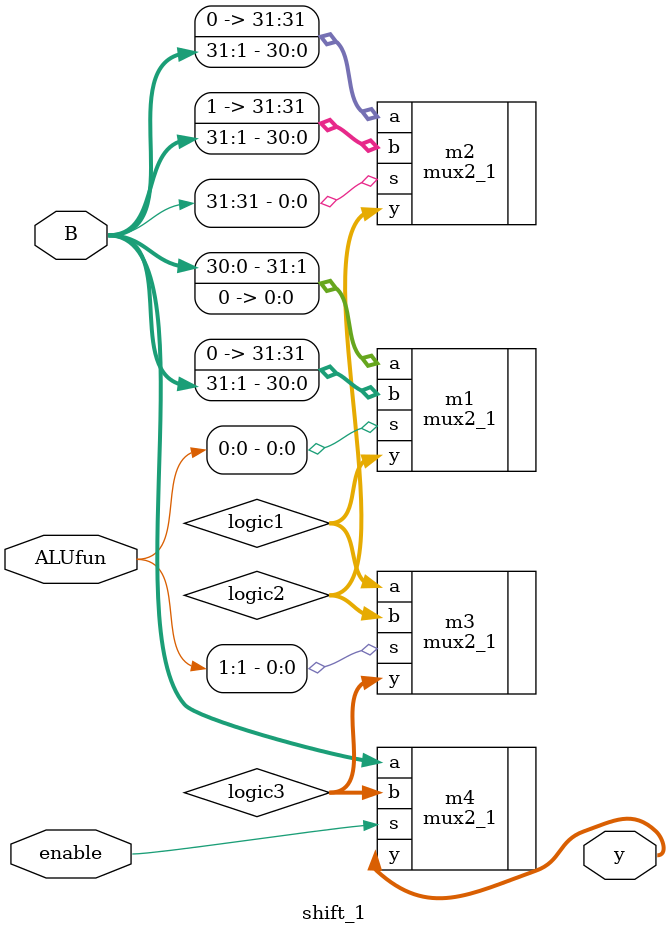
<source format=v>
module shift_1(B,enable,ALUfun,y);
    input[31:0] B;
    input enable;
    input[1:0] ALUfun; //ALUfun[1:0] 00->SLL; 01->SRL; 11->SRA
    output[31:0] y;
    wire[31:0] logic1,logic2,logic3;
    mux2_1 m1(.a({B[30:0],1'b0}),.b({1'b0,B[31:1]}),.s(ALUfun[0]),.y(logic1));
    mux2_1 m2(.a({1'b0,B[31:1]}),.b({1'b1,B[31:1]}),.s(B[31]),.y(logic2));
    mux2_1 m3(.a(logic1),.b(logic2),.s(ALUfun[1]),.y(logic3));
    mux2_1 m4(.a(B),.b(logic3),.s(enable),.y(y));
endmodule
</source>
